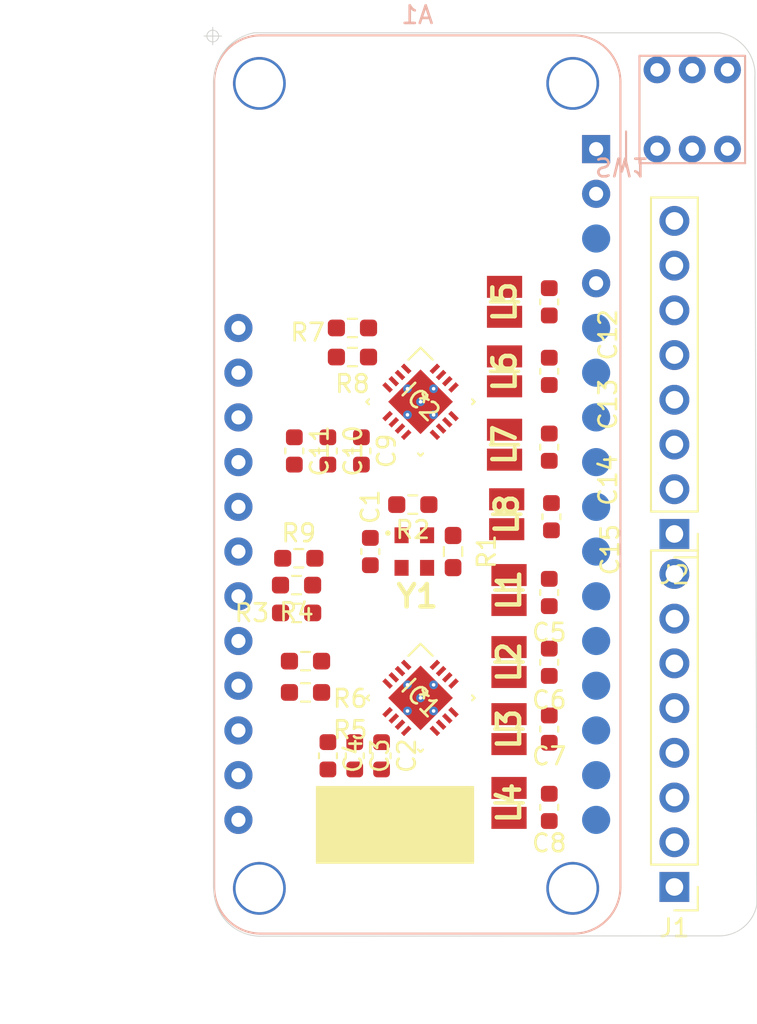
<source format=kicad_pcb>
(kicad_pcb (version 20211014) (generator pcbnew)
  (layers (0 "F.Cu" signal) (31 "B.Cu" signal) (34 "B.Paste" user) (35 "F.Paste" user) (36 "B.SilkS" user "B.Silkscreen") (37 "F.SilkS" user "F.Silkscreen") (38 "B.Mask" user) (39 "F.Mask" user) (44 "Edge.Cuts" user))
  (net 0 "")
  (net 1 "GND")
  (net 2 "+3V3")
  (net 3 "Net-(C2-Pad1)")
  (net 4 "IN3B")
  (net 5 "IN3A")
  (net 6 "IN2A")
  (net 7 "IN2B")
  (net 8 "IN1B")
  (net 9 "IN1A")
  (net 10 "IN0A")
  (net 11 "IN0B")
  (net 12 "SCL")
  (net 13 "SDA")
  (net 35 "ADDR2")
  (net 36 "clk")
  (net 37 "ADDR1")
  (net 38 "Net-(C10-Pad1)")
  (net 39 "INTB1")
  (net 40 "INTB2")
  (net 41 "IN7B")
  (net 42 "IN7A")
  (net 43 "IN6B")
  (net 44 "IN6A")
  (net 45 "IN5B")
  (net 46 "IN5A")
  (net 47 "IN4B")
  (net 48 "IN4A")
  (net 49 "Net-(A1-Pad27)")
  (net 50 "Net-(R1-Pad1)")
  (net 51 "SD")
  (footprint "ECS2033400BN" (layer "F.Cu") (at 111.451297 129.280834 -90)
    (fp_text reference "Y1" (at 2.54 -0.1685) (layer "F.SilkS") (effects (font (size 1.27 1.27) (thickness 0.254))))
    (fp_text value "ECS-2033-400-BN" hide)
    (fp_line (start -1.1 1.5) (end -1.1 1.5) (layer "F.SilkS") (width 0.2))
    (fp_line (start -1 1.5) (end -1 1.5) (layer "F.SilkS") (width 0.2))
    (fp_line (start -1.1 1.5) (end -1.1 1.5) (layer "F.SilkS") (width 0.2))
    (fp_arc (start -1 1.5) (mid -1.05 1.55) (end -1.1 1.5) (layer "F.SilkS") (width 0.2))
    (fp_arc (start -1.1 1.5) (mid -1.05 1.45) (end -1 1.5) (layer "F.SilkS") (width 0.2))
    (fp_arc (start -1 1.5) (mid -1.05 1.55) (end -1.1 1.5) (layer "F.SilkS") (width 0.2))
    (pad "1" smd rect locked (at -0.925 0.725) (size 0.8 0.9) (layers "F.Cu" "F.Paste" "F.Mask"))
    (pad "2" smd rect locked (at 0.925 0.725) (size 0.8 0.9) (layers "F.Cu" "F.Paste" "F.Mask") (net 1 "GND"))
    (pad "3" smd rect locked (at 0.925 -0.725) (size 0.8 0.9) (layers "F.Cu" "F.Paste" "F.Mask") (net 50 "Net-(R1-Pad1)"))
    (pad "4" smd rect locked (at -0.925 -0.725) (size 0.8 0.9) (layers "F.Cu" "F.Paste" "F.Mask") (net 2 "+3V3"))
  )
  (footprint "Resistor_SMD:R_0603_1608Metric_Pad0.98x0.95mm_HandSolder" (layer "F.Cu") (at 105.269797 137.281834)
    (fp_text reference "R5" (at 2.54 2.128725) (layer "F.SilkS"))
    (fp_text value "R")
    (fp_line (start -0.254724 -0.5225) (end 0.254724 -0.5225) (layer "F.SilkS") (width 0.12))
    (fp_line (start -0.254724 0.5225) (end 0.254724 0.5225) (layer "F.SilkS") (width 0.12))
    (pad "1" smd roundrect locked (at -0.9125 0) (size 0.975 0.95) (layers "F.Cu" "F.Paste" "F.Mask") (net 2 "+3V3"))
    (pad "2" smd roundrect locked (at 0.9125 0) (size 0.975 0.95) (layers "F.Cu" "F.Paste" "F.Mask") (net 37 "ADDR1"))
  )
  (footprint "Resistor_SMD:R_0603_1608Metric_Pad0.98x0.95mm_HandSolder" (layer "F.Cu") (at 104.761797 131.185834)
    (fp_text reference "R4" (at 0 1.524) (layer "F.SilkS"))
    (fp_text value "R")
    (fp_line (start -0.254724 -0.5225) (end 0.254724 -0.5225) (layer "F.SilkS") (width 0.12))
    (fp_line (start -0.254724 0.5225) (end 0.254724 0.5225) (layer "F.SilkS") (width 0.12))
    (pad "1" smd roundrect locked (at -0.9125 0) (size 0.975 0.95) (layers "F.Cu" "F.Paste" "F.Mask") (net 2 "+3V3"))
    (pad "2" smd roundrect locked (at 0.9125 0) (size 0.975 0.95) (layers "F.Cu" "F.Paste" "F.Mask") (net 12 "SCL"))
  )
  (footprint "Resistor_SMD:R_0603_1608Metric_Pad0.98x0.95mm_HandSolder" (layer "F.Cu") (at 104.765515 132.766109)
    (fp_text reference "R3" (at -2.54 0) (layer "F.SilkS"))
    (fp_text value "R")
    (fp_line (start -0.254724 0.5225) (end 0.254724 0.5225) (layer "F.SilkS") (width 0.12))
    (fp_line (start -0.254724 -0.5225) (end 0.254724 -0.5225) (layer "F.SilkS") (width 0.12))
    (pad "1" smd roundrect locked (at -0.9125 0) (size 0.975 0.95) (layers "F.Cu" "F.Paste" "F.Mask") (net 2 "+3V3"))
    (pad "2" smd roundrect locked (at 0.9125 0) (size 0.975 0.95) (layers "F.Cu" "F.Paste" "F.Mask") (net 13 "SDA"))
  )
  (footprint "SamacSys:INDC2018X180N" (layer "F.Cu") (at 116.830515 143.556834 90)
    (fp_text reference "L4" (at 0 0 90) (layer "F.SilkS") (effects (font (size 1.27 1.27) (thickness 0.254))))
    (fp_text value "L0806C470MPWST" hide)
    (fp_line (start 0 -0.8) (end 0 0.8) (layer "F.SilkS") (width 0.2))
    (pad "1" smd rect locked (at -0.85 0 90) (size 1.25 2) (layers "F.Cu" "F.Paste" "F.Mask") (net 10 "IN0A"))
    (pad "2" smd rect locked (at 0.85 0 90) (size 1.25 2) (layers "F.Cu" "F.Paste" "F.Mask") (net 11 "IN0B"))
  )
  (footprint "SamacSys:INDC2018X180N" (layer "F.Cu") (at 116.830515 139.365834 90)
    (fp_text reference "L3" (at 0 0 90) (layer "F.SilkS") (effects (font (size 1.27 1.27) (thickness 0.254))))
    (fp_text value "L0806C470MPWST" hide)
    (fp_line (start 0 -0.8) (end 0 0.8) (layer "F.SilkS") (width 0.2))
    (pad "1" smd rect locked (at -0.85 0 90) (size 1.25 2) (layers "F.Cu" "F.Paste" "F.Mask") (net 9 "IN1A"))
    (pad "2" smd rect locked (at 0.85 0 90) (size 1.25 2) (layers "F.Cu" "F.Paste" "F.Mask") (net 8 "IN1B"))
  )
  (footprint "SamacSys:INDC2018X180N" (layer "F.Cu") (at 116.830515 135.555834 90)
    (fp_text reference "L2" (at 0 0 90) (layer "F.SilkS") (effects (font (size 1.27 1.27) (thickness 0.254))))
    (fp_text value "L0806C470MPWST" hide)
    (fp_line (start 0 -0.8) (end 0 0.8) (layer "F.SilkS") (width 0.2))
    (pad "1" smd rect locked (at -0.85 0 90) (size 1.25 2) (layers "F.Cu" "F.Paste" "F.Mask") (net 6 "IN2A"))
    (pad "2" smd rect locked (at 0.85 0 90) (size 1.25 2) (layers "F.Cu" "F.Paste" "F.Mask") (net 7 "IN2B"))
  )
  (footprint "SamacSys:INDC2018X180N" (layer "F.Cu") (at 116.830515 131.465834 90)
    (fp_text reference "L1" (at 0 0 90) (layer "F.SilkS") (effects (font (size 1.27 1.27) (thickness 0.254))))
    (fp_text value "L0806C470MPWST" hide)
    (fp_line (start 0 -0.8) (end 0 0.8) (layer "F.SilkS") (width 0.2))
    (pad "1" smd rect locked (at -0.85 0 90) (size 1.25 2) (layers "F.Cu" "F.Paste" "F.Mask") (net 5 "IN3A"))
    (pad "2" smd rect locked (at 0.85 0 90) (size 1.25 2) (layers "F.Cu" "F.Paste" "F.Mask") (net 4 "IN3B"))
  )
  (footprint "FDC2214:FDC2214RGHR" (layer "F.Cu") (at 111.804797 137.592109 -45)
    (fp_text reference "IC1" (at 0 0 -45) (layer "F.SilkS"))
    (fp_text value "FDC2214-rescue_FDC2214QRGHRQ1-SamacSys_Parts" hide)
    (fp_text user "*" (at 0 0 -45) (layer "F.SilkS"))
    (fp_line (start 2.174999 -1.975) (end 2.174999 -2.174999) (layer "F.SilkS") (width 0.12))
    (fp_line (start 2.174999 2.174999) (end 2.174999 1.975) (layer "F.SilkS") (width 0.12))
    (fp_line (start -2.174999 -1.2) (end -2.174999 -2.174999) (layer "F.SilkS") (width 0.12))
    (fp_line (start -2.174999 2.174999) (end -1.975 2.174999) (layer "F.SilkS") (width 0.12))
    (fp_line (start -2.174999 2.174999) (end -2.174999 1.975) (layer "F.SilkS") (width 0.12))
    (fp_line (start 1.975 -2.174999) (end 2.174999 -2.174999) (layer "F.SilkS") (width 0.12))
    (fp_line (start 1.975 2.174999) (end 2.174999 2.174999) (layer "F.SilkS") (width 0.12))
    (fp_line (start -2.174999 -2.174999) (end -1.2 -2.174999) (layer "F.SilkS") (width 0.12))
    (pad "1" smd rect locked (at -1.899999 -0.750001 45) (size 0.249999 0.599999) (layers "F.Cu" "F.Paste" "F.Mask") (net 12 "SCL"))
    (pad "2" smd rect locked (at -1.899999 -0.250002 45) (size 0.249999 0.599999) (layers "F.Cu" "F.Paste" "F.Mask") (net 13 "SDA"))
    (pad "3" smd rect locked (at -1.899999 0.25 45) (size 0.249999 0.599999) (layers "F.Cu" "F.Paste" "F.Mask") (net 36 "clk"))
    (pad "4" smd rect locked (at -1.899999 0.749998 45) (size 0.249999 0.599999) (layers "F.Cu" "F.Paste" "F.Mask") (net 37 "ADDR1"))
    (pad "5" smd rect locked (at -0.749998 1.899999 315) (size 0.249999 0.599999) (layers "F.Cu" "F.Paste" "F.Mask") (net 39 "INTB1"))
    (pad "6" smd rect locked (at -0.25 1.899999 315) (size 0.249999 0.599999) (layers "F.Cu" "F.Paste" "F.Mask") (net 51 "SD"))
    (pad "7" smd rect locked (at 0.250002 1.899999 315) (size 0.249999 0.599999) (layers "F.Cu" "F.Paste" "F.Mask") (net 3 "Net-(C2-Pad1)"))
    (pad "8" smd rect locked (at 0.750001 1.899999 315) (size 0.249999 0.599999) (layers "F.Cu" "F.Paste" "F.Mask") (net 1 "GND"))
    (pad "9" smd rect locked (at 1.900001 0.749998 45) (size 0.249999 0.599999) (layers "F.Cu" "F.Paste" "F.Mask") (net 10 "IN0A"))
    (pad "10" smd rect locked (at 1.900001 0.25 45) (size 0.249999 0.599999) (layers "F.Cu" "F.Paste" "F.Mask") (net 11 "IN0B"))
    (pad "11" smd rect locked (at 1.900001 -0.250002 45) (size 0.249999 0.599999) (layers "F.Cu" "F.Paste" "F.Mask") (net 9 "IN1A"))
    (pad "12" smd rect locked (at 1.900001 -0.750001 45) (size 0.249999 0.599999) (layers "F.Cu" "F.Paste" "F.Mask") (net 8 "IN1B"))
    (pad "13" smd rect locked (at 0.750001 -1.900001 315) (size 0.249999 0.599999) (layers "F.Cu" "F.Paste" "F.Mask") (net 6 "IN2A"))
    (pad "14" smd rect locked (at 0.250002 -1.900001 315) (size 0.249999 0.599999) (layers "F.Cu" "F.Paste" "F.Mask") (net 7 "IN2B"))
    (pad "15" smd rect locked (at -0.25 -1.900001 315) (size 0.249999 0.599999) (layers "F.Cu" "F.Paste" "F.Mask") (net 5 "IN3A"))
    (pad "16" smd rect locked (at -0.749998 -1.900001 315) (size 0.249999 0.599999) (layers "F.Cu" "F.Paste" "F.Mask") (net 4 "IN3B"))
    (pad "17" smd rect locked (at 0 -0.000003 315) (size 2.6 2.6) (layers "F.Cu" "F.Mask") (net 1 "GND"))
    (pad "V" thru_hole circle locked (at 0 1.05 315) (size 0.499999 0.499999) (drill 0.2032) (layers *.Cu *.Mask))
    (pad "V" thru_hole circle locked (at 0 -1.05 315) (size 0.499999 0.499999) (drill 0.2032) (layers *.Cu *.Mask))
    (pad "V" thru_hole circle locked (at 0 -0.000003 315) (size 0.499999 0.499999) (drill 0.2032) (layers *.Cu *.Mask))
    (pad "V" thru_hole circle locked (at -1.05 -0.000003 315) (size 0.499999 0.499999) (drill 0.2032) (layers *.Cu *.Mask))
    (pad "V" thru_hole circle locked (at 1.05 -0.000003 315) (size 0.499999 0.499999) (drill 0.2032) (layers *.Cu *.Mask))
  )
  (footprint "Capacitor_SMD:C_0603_1608Metric" (layer "F.Cu") (at 119.116515 143.810834 -90)
    (fp_text reference "C8" (at 2.032 0) (layer "F.SilkS"))
    (fp_text value "C")
    (fp_line (start -0.14058 0.51) (end 0.14058 0.51) (layer "F.SilkS") (width 0.12))
    (fp_line (start -0.14058 -0.51) (end 0.14058 -0.51) (layer "F.SilkS") (width 0.12))
    (pad "1" smd roundrect locked (at -0.775 0 270) (size 0.9 0.95) (layers "F.Cu" "F.Paste" "F.Mask") (net 11 "IN0B"))
    (pad "2" smd roundrect locked (at 0.775 0 270) (size 0.9 0.95) (layers "F.Cu" "F.Paste" "F.Mask") (net 10 "IN0A"))
  )
  (footprint "Capacitor_SMD:C_0603_1608Metric" (layer "F.Cu") (at 119.116515 139.365834 -90)
    (fp_text reference "C7" (at 1.53758 0 180) (layer "F.SilkS"))
    (fp_text value "C")
    (fp_line (start -0.14058 -0.51) (end 0.14058 -0.51) (layer "F.SilkS") (width 0.12))
    (fp_line (start -0.14058 0.51) (end 0.14058 0.51) (layer "F.SilkS") (width 0.12))
    (pad "1" smd roundrect locked (at -0.775 0 270) (size 0.9 0.95) (layers "F.Cu" "F.Paste" "F.Mask") (net 8 "IN1B"))
    (pad "2" smd roundrect locked (at 0.775 0 270) (size 0.9 0.95) (layers "F.Cu" "F.Paste" "F.Mask") (net 9 "IN1A"))
  )
  (footprint "Capacitor_SMD:C_0603_1608Metric" (layer "F.Cu") (at 119.116515 135.568834 -90)
    (fp_text reference "C6" (at 2.146 0 180) (layer "F.SilkS"))
    (fp_text value "C")
    (fp_line (start -0.14058 -0.51) (end 0.14058 -0.51) (layer "F.SilkS") (width 0.12))
    (fp_line (start -0.14058 0.51) (end 0.14058 0.51) (layer "F.SilkS") (width 0.12))
    (pad "1" smd roundrect locked (at -0.775 0 270) (size 0.9 0.95) (layers "F.Cu" "F.Paste" "F.Mask") (net 7 "IN2B"))
    (pad "2" smd roundrect locked (at 0.775 0 270) (size 0.9 0.95) (layers "F.Cu" "F.Paste" "F.Mask") (net 6 "IN2A"))
  )
  (footprint "Capacitor_SMD:C_0603_1608Metric" (layer "F.Cu") (at 119.116515 131.605834 -90)
    (fp_text reference "C5" (at 2.273 0 180) (layer "F.SilkS"))
    (fp_text value "C")
    (fp_line (start -0.14058 -0.51) (end 0.14058 -0.51) (layer "F.SilkS") (width 0.12))
    (fp_line (start -0.14058 0.51) (end 0.14058 0.51) (layer "F.SilkS") (width 0.12))
    (pad "1" smd roundrect locked (at -0.775 0 270) (size 0.9 0.95) (layers "F.Cu" "F.Paste" "F.Mask") (net 4 "IN3B"))
    (pad "2" smd roundrect locked (at 0.775 0 270) (size 0.9 0.95) (layers "F.Cu" "F.Paste" "F.Mask") (net 5 "IN3A"))
  )
  (footprint "Capacitor_SMD:C_0603_1608Metric" (layer "F.Cu") (at 106.543515 140.881109 -90)
    (fp_text reference "C4" (at 0 -1.43 -90) (layer "F.SilkS"))
    (fp_text value "C")
    (fp_line (start -0.14058 -0.51) (end 0.14058 -0.51) (layer "F.SilkS") (width 0.12))
    (fp_line (start -0.14058 0.51) (end 0.14058 0.51) (layer "F.SilkS") (width 0.12))
    (pad "1" smd roundrect locked (at -0.775 0 270) (size 0.9 0.95) (layers "F.Cu" "F.Paste" "F.Mask") (net 3 "Net-(C2-Pad1)"))
    (pad "2" smd roundrect locked (at 0.775 0 270) (size 0.9 0.95) (layers "F.Cu" "F.Paste" "F.Mask") (net 1 "GND"))
  )
  (footprint "Capacitor_SMD:C_0603_1608Metric" (layer "F.Cu") (at 108.067515 140.881109 -90)
    (fp_text reference "C3" (at 0 -1.43 -90) (layer "F.SilkS"))
    (fp_text value "C")
    (fp_line (start -0.14058 -0.51) (end 0.14058 -0.51) (layer "F.SilkS") (width 0.12))
    (fp_line (start -0.14058 0.51) (end 0.14058 0.51) (layer "F.SilkS") (width 0.12))
    (pad "1" smd roundrect locked (at -0.775 0 270) (size 0.9 0.95) (layers "F.Cu" "F.Paste" "F.Mask") (net 3 "Net-(C2-Pad1)"))
    (pad "2" smd roundrect locked (at 0.775 0 270) (size 0.9 0.95) (layers "F.Cu" "F.Paste" "F.Mask") (net 1 "GND"))
  )
  (footprint "Capacitor_SMD:C_0603_1608Metric" (layer "F.Cu") (at 109.591515 140.881109 -90)
    (fp_text reference "C2" (at 0 -1.43 -90) (layer "F.SilkS"))
    (fp_text value "C")
    (fp_line (start -0.14058 -0.51) (end 0.14058 -0.51) (layer "F.SilkS") (width 0.12))
    (fp_line (start -0.14058 0.51) (end 0.14058 0.51) (layer "F.SilkS") (width 0.12))
    (pad "1" smd roundrect locked (at -0.775 0 270) (size 0.9 0.95) (layers "F.Cu" "F.Paste" "F.Mask") (net 3 "Net-(C2-Pad1)"))
    (pad "2" smd roundrect locked (at 0.775 0 270) (size 0.9 0.95) (layers "F.Cu" "F.Paste" "F.Mask") (net 1 "GND"))
  )
  (footprint "Capacitor_SMD:C_0603_1608Metric" (layer "F.Cu") (at 108.952797 129.280834 -90)
    (fp_text reference "C1" (at -2.54 0 90) (layer "F.SilkS"))
    (fp_text value "C")
    (fp_line (start -0.14058 0.51) (end 0.14058 0.51) (layer "F.SilkS") (width 0.12))
    (fp_line (start -0.14058 -0.51) (end 0.14058 -0.51) (layer "F.SilkS") (width 0.12))
    (pad "1" smd roundrect locked (at -0.775 0 270) (size 0.9 0.95) (layers "F.Cu" "F.Paste" "F.Mask") (net 2 "+3V3"))
    (pad "2" smd roundrect locked (at 0.775 0 270) (size 0.9 0.95) (layers "F.Cu" "F.Paste" "F.Mask") (net 1 "GND"))
  )
  (footprint "Connector_PinHeader_2.54mm:PinHeader_1x08_P2.54mm_Vertical" (layer "F.Cu") (at 126.224797 148.330834 180)
    (fp_text reference "J1" (at 0 -2.33 180) (layer "F.SilkS"))
    (fp_text value "Conn_01x08")
    (fp_line (start -1.33 19.11) (end 1.33 19.11) (layer "F.SilkS") (width 0.12))
    (fp_line (start 1.33 1.27) (end 1.33 19.11) (layer "F.SilkS") (width 0.12))
    (fp_line (start -1.33 1.27) (end -1.33 19.11) (layer "F.SilkS") (width 0.12))
    (fp_line (start -1.33 1.27) (end 1.33 1.27) (layer "F.SilkS") (width 0.12))
    (fp_line (start -1.33 0) (end -1.33 -1.33) (layer "F.SilkS") (width 0.12))
    (fp_line (start -1.33 -1.33) (end 0 -1.33) (layer "F.SilkS") (width 0.12))
    (pad "1" thru_hole rect (at 0 0 180) (size 1.7 1.7) (drill 1) (layers *.Cu *.Mask) (net 10 "IN0A"))
    (pad "2" thru_hole oval (at 0 2.54 180) (size 1.7 1.7) (drill 1) (layers *.Cu *.Mask) (net 11 "IN0B"))
    (pad "3" thru_hole oval (at 0 5.08 180) (size 1.7 1.7) (drill 1) (layers *.Cu *.Mask) (net 9 "IN1A"))
    (pad "4" thru_hole oval (at 0 7.62 180) (size 1.7 1.7) (drill 1) (layers *.Cu *.Mask) (net 8 "IN1B"))
    (pad "5" thru_hole oval (at 0 10.16 180) (size 1.7 1.7) (drill 1) (layers *.Cu *.Mask) (net 6 "IN2A"))
    (pad "6" thru_hole oval (at 0 12.7 180) (size 1.7 1.7) (drill 1) (layers *.Cu *.Mask) (net 7 "IN2B"))
    (pad "7" thru_hole oval (at 0 15.24 180) (size 1.7 1.7) (drill 1) (layers *.Cu *.Mask) (net 5 "IN3A"))
    (pad "8" thru_hole oval (at 0 17.78 180) (size 1.7 1.7) (drill 1) (layers *.Cu *.Mask) (net 4 "IN3B"))
  )
  (footprint "Resistor_SMD:R_0603_1608Metric_Pad0.98x0.95mm_HandSolder" (layer "F.Cu") (at 105.269797 135.503834)
    (fp_text reference "R6" (at 2.54 2.128725) (layer "F.SilkS"))
    (fp_text value "R")
    (fp_line (start -0.254724 -0.5225) (end 0.254724 -0.5225) (layer "F.SilkS") (width 0.12))
    (fp_line (start -0.254724 0.5225) (end 0.254724 0.5225) (layer "F.SilkS") (width 0.12))
    (pad "1" smd roundrect locked (at -0.9125 0) (size 0.975 0.95) (layers "F.Cu" "F.Paste" "F.Mask") (net 37 "ADDR1"))
    (pad "2" smd roundrect locked (at 0.9125 0) (size 0.975 0.95) (layers "F.Cu" "F.Paste" "F.Mask") (net 1 "GND"))
  )
  (footprint "Resistor_SMD:R_0603_1608Metric_Pad0.98x0.95mm_HandSolder" (layer "F.Cu") (at 107.936797 116.580834)
    (fp_text reference "R7" (at -2.54 0.254) (layer "F.SilkS"))
    (fp_text value "R")
    (fp_line (start -0.254724 -0.5225) (end 0.254724 -0.5225) (layer "F.SilkS") (width 0.12))
    (fp_line (start -0.254724 0.5225) (end 0.254724 0.5225) (layer "F.SilkS") (width 0.12))
    (pad "1" smd roundrect locked (at -0.9125 0) (size 0.975 0.95) (layers "F.Cu" "F.Paste" "F.Mask") (net 2 "+3V3"))
    (pad "2" smd roundrect locked (at 0.9125 0) (size 0.975 0.95) (layers "F.Cu" "F.Paste" "F.Mask") (net 35 "ADDR2"))
  )
  (footprint "Resistor_SMD:R_0603_1608Metric_Pad0.98x0.95mm_HandSolder" (layer "F.Cu") (at 107.936797 118.231834 180)
    (fp_text reference "R8" (at 0 -1.524 180) (layer "F.SilkS"))
    (fp_text value "R")
    (fp_line (start -0.254724 0.5225) (end 0.254724 0.5225) (layer "F.SilkS") (width 0.12))
    (fp_line (start -0.254724 -0.5225) (end 0.254724 -0.5225) (layer "F.SilkS") (width 0.12))
    (pad "1" smd roundrect locked (at -0.9125 0 180) (size 0.975 0.95) (layers "F.Cu" "F.Paste" "F.Mask") (net 35 "ADDR2"))
    (pad "2" smd roundrect locked (at 0.9125 0 180) (size 0.975 0.95) (layers "F.Cu" "F.Paste" "F.Mask") (net 1 "GND"))
  )
  (footprint "Capacitor_SMD:C_0603_1608Metric" (layer "F.Cu") (at 106.539797 123.565834 -90)
    (fp_text reference "C10" (at 0 -1.43 90) (layer "F.SilkS"))
    (fp_text value "C")
    (fp_line (start -0.14058 -0.51) (end 0.14058 -0.51) (layer "F.SilkS") (width 0.12))
    (fp_line (start -0.14058 0.51) (end 0.14058 0.51) (layer "F.SilkS") (width 0.12))
    (pad "1" smd roundrect (at -0.775 0 270) (size 0.9 0.95) (layers "F.Cu" "F.Paste" "F.Mask") (net 38 "Net-(C10-Pad1)"))
    (pad "2" smd roundrect (at 0.775 0 270) (size 0.9 0.95) (layers "F.Cu" "F.Paste" "F.Mask") (net 1 "GND"))
  )
  (footprint "Resistor_SMD:R_0603_1608Metric_Pad0.98x0.95mm_HandSolder" (layer "F.Cu") (at 104.888797 129.661834)
    (fp_text reference "R9" (at 0 -1.43) (layer "F.SilkS"))
    (fp_text value "R")
    (fp_line (start -0.254724 0.5225) (end 0.254724 0.5225) (layer "F.SilkS") (width 0.12))
    (fp_line (start -0.254724 -0.5225) (end 0.254724 -0.5225) (layer "F.SilkS") (width 0.12))
    (pad "1" smd roundrect (at -0.9125 0) (size 0.975 0.95) (layers "F.Cu" "F.Paste" "F.Mask") (net 51 "SD"))
    (pad "2" smd roundrect (at 0.9125 0) (size 0.975 0.95) (layers "F.Cu" "F.Paste" "F.Mask") (net 1 "GND"))
  )
  (footprint "Capacitor_SMD:C_0603_1608Metric" (layer "F.Cu") (at 104.634797 123.565834 -90)
    (fp_text reference "C11" (at 0 -1.43 90) (layer "F.SilkS"))
    (fp_text value "C")
    (fp_line (start -0.14058 0.51) (end 0.14058 0.51) (layer "F.SilkS") (width 0.12))
    (fp_line (start -0.14058 -0.51) (end 0.14058 -0.51) (layer "F.SilkS") (width 0.12))
    (pad "1" smd roundrect (at -0.775 0 270) (size 0.9 0.95) (layers "F.Cu" "F.Paste" "F.Mask") (net 38 "Net-(C10-Pad1)"))
    (pad "2" smd roundrect (at 0.775 0 270) (size 0.9 0.95) (layers "F.Cu" "F.Paste" "F.Mask") (net 1 "GND"))
  )
  (footprint "Capacitor_SMD:C_0603_1608Metric" (layer "F.Cu") (at 119.116515 119.045834 -90)
    (fp_text reference "C13" (at 1.875 -3.335 90) (layer "F.SilkS"))
    (fp_text value "Device_C")
    (fp_line (start -0.14058 0.51) (end 0.14058 0.51) (layer "F.SilkS") (width 0.12))
    (fp_line (start -0.14058 -0.51) (end 0.14058 -0.51) (layer "F.SilkS") (width 0.12))
    (pad "1" smd roundrect (at -0.775 0 270) (size 0.9 0.95) (layers "F.Cu" "F.Paste" "F.Mask") (net 43 "IN6B"))
    (pad "2" smd roundrect (at 0.775 0 270) (size 0.9 0.95) (layers "F.Cu" "F.Paste" "F.Mask") (net 44 "IN6A"))
  )
  (footprint "Connector_PinHeader_2.54mm:PinHeader_1x08_P2.54mm_Vertical" (layer "F.Cu") (at 126.224797 128.279834 180)
    (fp_text reference "J2" (at 0 -2.33) (layer "F.SilkS"))
    (fp_text value "Conn_01x08")
    (fp_line (start -1.33 19.11) (end 1.33 19.11) (layer "F.SilkS") (width 0.12))
    (fp_line (start -1.33 0) (end -1.33 -1.33) (layer "F.SilkS") (width 0.12))
    (fp_line (start -1.33 1.27) (end -1.33 19.11) (layer "F.SilkS") (width 0.12))
    (fp_line (start 1.33 1.27) (end 1.33 19.11) (layer "F.SilkS") (width 0.12))
    (fp_line (start -1.33 1.27) (end 1.33 1.27) (layer "F.SilkS") (width 0.12))
    (fp_line (start -1.33 -1.33) (end 0 -1.33) (layer "F.SilkS") (width 0.12))
    (pad "1" thru_hole rect (at 0 0 180) (size 1.7 1.7) (drill 1) (layers *.Cu *.Mask) (net 48 "IN4A"))
    (pad "2" thru_hole oval (at 0 2.54 180) (size 1.7 1.7) (drill 1) (layers *.Cu *.Mask) (net 47 "IN4B"))
    (pad "3" thru_hole oval (at 0 5.08 180) (size 1.7 1.7) (drill 1) (layers *.Cu *.Mask) (net 46 "IN5A"))
    (pad "4" thru_hole oval (at 0 7.62 180) (size 1.7 1.7) (drill 1) (layers *.Cu *.Mask) (net 45 "IN5B"))
    (pad "5" thru_hole oval (at 0 10.16 180) (size 1.7 1.7) (drill 1) (layers *.Cu *.Mask) (net 44 "IN6A"))
    (pad "6" thru_hole oval (at 0 12.7 180) (size 1.7 1.7) (drill 1) (layers *.Cu *.Mask) (net 43 "IN6B"))
    (pad "7" thru_hole oval (at 0 15.24 180) (size 1.7 1.7) (drill 1) (layers *.Cu *.Mask) (net 42 "IN7A"))
    (pad "8" thru_hole oval (at 0 17.78 180) (size 1.7 1.7) (drill 1) (layers *.Cu *.Mask) (net 41 "IN7B"))
  )
  (footprint "Resistor_SMD:R_0603_1608Metric_Pad0.98x0.95mm_HandSolder" (layer "F.Cu") (at 111.365797 126.613834 180)
    (fp_text reference "R2" (at 0 -1.43) (layer "F.SilkS"))
    (fp_text value "R")
    (fp_line (start -0.254724 -0.5225) (end 0.254724 -0.5225) (layer "F.SilkS") (width 0.12))
    (fp_line (start -0.254724 0.5225) (end 0.254724 0.5225) (layer "F.SilkS") (width 0.12))
    (pad "1" smd roundrect (at -0.9125 0 180) (size 0.975 0.95) (layers "F.Cu" "F.Paste" "F.Mask") (net 36 "clk"))
    (pad "2" smd roundrect (at 0.9125 0 180) (size 0.975 0.95) (layers "F.Cu" "F.Paste" "F.Mask") (net 1 "GND"))
  )
  (footprint "SamacSys:INDC2018X180N" (layer "F.Cu") (at 116.699797 127.160834 90)
    (fp_text reference "L8" (at 0 0 90) (layer "F.SilkS") (effects (font (size 1.27 1.27) (thickness 0.254))))
    (fp_text value "L0806C470MPWST" hide)
    (fp_line (start 0 -0.8) (end 0 0.8) (layer "F.SilkS") (width 0.2))
    (pad "1" smd rect locked (at -0.85 0 90) (size 1.25 2) (layers "F.Cu" "F.Paste" "F.Mask") (net 48 "IN4A"))
    (pad "2" smd rect locked (at 0.85 0 90) (size 1.25 2) (layers "F.Cu" "F.Paste" "F.Mask") (net 47 "IN4B"))
  )
  (footprint "Capacitor_SMD:C_0603_1608Metric" (layer "F.Cu") (at 119.239797 127.300834 -90)
    (fp_text reference "C15" (at 1.875 -3.335 90) (layer "F.SilkS"))
    (fp_text value "Device_C")
    (fp_line (start -0.14058 -0.51) (end 0.14058 -0.51) (layer "F.SilkS") (width 0.12))
    (fp_line (start -0.14058 0.51) (end 0.14058 0.51) (layer "F.SilkS") (width 0.12))
    (pad "1" smd roundrect (at -0.775 0 270) (size 0.9 0.95) (layers "F.Cu" "F.Paste" "F.Mask") (net 47 "IN4B"))
    (pad "2" smd roundrect (at 0.775 0 270) (size 0.9 0.95) (layers "F.Cu" "F.Paste" "F.Mask") (net 48 "IN4A"))
  )
  (footprint "SamacSys:INDC2018X180N" (layer "F.Cu") (at 116.576515 115.095834 90)
    (fp_text reference "L5" (at 0 0 90) (layer "F.SilkS") (effects (font (size 1.27 1.27) (thickness 0.254))))
    (fp_text value "L0806C470MPWST" hide)
    (fp_line (start 0 -0.8) (end 0 0.8) (layer "F.SilkS") (width 0.2))
    (pad "1" smd rect locked (at -0.85 0 90) (size 1.25 2) (layers "F.Cu" "F.Paste" "F.Mask") (net 42 "IN7A"))
    (pad "2" smd rect locked (at 0.85 0 90) (size 1.25 2) (layers "F.Cu" "F.Paste" "F.Mask") (net 41 "IN7B"))
  )
  (footprint "Capacitor_SMD:C_0603_1608Metric" (layer "F.Cu") (at 108.444797 123.565834 -90)
    (fp_text reference "C9" (at 0 -1.43 90) (layer "F.SilkS"))
    (fp_text value "C")
    (fp_line (start -0.14058 -0.51) (end 0.14058 -0.51) (layer "F.SilkS") (width 0.12))
    (fp_line (start -0.14058 0.51) (end 0.14058 0.51) (layer "F.SilkS") (width 0.12))
    (pad "1" smd roundrect (at -0.775 0 270) (size 0.9 0.95) (layers "F.Cu" "F.Paste" "F.Mask") (net 38 "Net-(C10-Pad1)"))
    (pad "2" smd roundrect (at 0.775 0 270) (size 0.9 0.95) (layers "F.Cu" "F.Paste" "F.Mask") (net 1 "GND"))
  )
  (footprint "SamacSys:INDC2018X180N" (layer "F.Cu") (at 116.576515 123.210834 90)
    (fp_text reference "L7" (at 0 0 90) (layer "F.SilkS") (effects (font (size 1.27 1.27) (thickness 0.254))))
    (fp_text value "L0806C470MPWST" hide)
    (fp_line (start 0 -0.8) (end 0 0.8) (layer "F.SilkS") (width 0.2))
    (pad "1" smd rect locked (at -0.85 0 90) (size 1.25 2) (layers "F.Cu" "F.Paste" "F.Mask") (net 46 "IN5A"))
    (pad "2" smd rect locked (at 0.85 0 90) (size 1.25 2) (layers "F.Cu" "F.Paste" "F.Mask") (net 45 "IN5B"))
  )
  (footprint "FDC2214:FDC2214RGHR" (layer "F.Cu") (at 111.804797 120.772661 -45)
    (fp_text reference "IC2" (at 0 0 135) (layer "F.SilkS"))
    (fp_text value "FDC2214QRGHRQ1" hide)
    (fp_text user "*" (at 0 0 135) (layer "F.SilkS"))
    (fp_line (start 1.975 2.174999) (end 2.174999 2.174999) (layer "F.SilkS") (width 0.12))
    (fp_line (start 2.174999 -1.975) (end 2.174999 -2.174999) (layer "F.SilkS") (width 0.12))
    (fp_line (start -2.174999 -1.2) (end -2.174999 -2.174999) (layer "F.SilkS") (width 0.12))
    (fp_line (start 1.975 -2.174999) (end 2.174999 -2.174999) (layer "F.SilkS") (width 0.12))
    (fp_line (start -2.174999 2.174999) (end -2.174999 1.975) (layer "F.SilkS") (width 0.12))
    (fp_line (start 2.174999 2.174999) (end 2.174999 1.975) (layer "F.SilkS") (width 0.12))
    (fp_line (start -2.174999 2.174999) (end -1.975 2.174999) (layer "F.SilkS") (width 0.12))
    (fp_line (start -2.174999 -2.174999) (end -1.2 -2.174999) (layer "F.SilkS") (width 0.12))
    (pad "1" smd rect locked (at -1.899999 -0.750001 45) (size 0.249999 0.599999) (layers "F.Cu" "F.Paste" "F.Mask") (net 12 "SCL"))
    (pad "2" smd rect locked (at -1.899999 -0.250002 45) (size 0.249999 0.599999) (layers "F.Cu" "F.Paste" "F.Mask") (net 13 "SDA"))
    (pad "3" smd rect locked (at -1.899999 0.25 45) (size 0.249999 0.599999) (layers "F.Cu" "F.Paste" "F.Mask") (net 36 "clk"))
    (pad "4" smd rect locked (at -1.899999 0.749998 45) (size 0.249999 0.599999) (layers "F.Cu" "F.Paste" "F.Mask") (net 35 "ADDR2"))
    (pad "5" smd rect locked (at -0.749998 1.899999 315) (size 0.249999 0.599999) (layers "F.Cu" "F.Paste" "F.Mask") (net 40 "INTB2"))
    (pad "6" smd rect locked (at -0.25 1.899999 315) (size 0.249999 0.599999) (layers "F.Cu" "F.Paste" "F.Mask") (net 51 "SD"))
    (pad "7" smd rect locked (at 0.250002 1.899999 315) (size 0.249999 0.599999) (layers "F.Cu" "F.Paste" "F.Mask") (net 38 "Net-(C10-Pad1)"))
    (pad "8" smd rect locked (at 0.750001 1.899999 315) (size 0.249999 0.599999) (layers "F.Cu" "F.Paste" "F.Mask") (net 1 "GND"))
    (pad "9" smd rect locked (at 1.900001 0.749998 45) (size 0.249999 0.599999) (layers "F.Cu" "F.Paste" "F.Mask") (net 48 "IN4A"))
    (pad "10" smd rect locked (at 1.900001 0.25 45) (size 0.249999 0.599999) (layers "F.Cu" "F.Paste" "F.Mask") (net 47 "IN4B"))
    (pad "11" smd rect locked (at 1.900001 -0.250002 45) (size 0.249999 0.599999) (layers "F.Cu" "F.Paste" "F.Mask") (net 46 "IN5A"))
    (pad "12" smd rect locked (at 1.900001 -0.750001 45) (size 0.249999 0.599999) (layers "F.Cu" "F.Paste" "F.Mask") (net 45 "IN5B"))
    (pad "13" smd rect locked (at 0.750001 -1.900001 315) (size 0.249999 0.599999) (layers "F.Cu" "F.Paste" "F.Mask") (net 44 "IN6A"))
    (pad "14" smd rect locked (at 0.250002 -1.900001 315) (size 0.249999 0.599999) (layers "F.Cu" "F.Paste" "F.Mask") (net 43 "IN6B"))
    (pad "15" smd rect locked (at -0.25 -1.900001 315) (size 0.249999 0.599999) (layers "F.Cu" "F.Paste" "F.Mask") (net 42 "IN7A"))
    (pad "16" smd rect locked (at -0.749998 -1.900001 315) (size 0.249999 0.599999) (layers "F.Cu" "F.Paste" "F.Mask") (net 41 "IN7B"))
    (pad "17" smd rect locked (at 0 -0.000003 315) (size 2.6 2.6) (layers "F.Cu" "F.Mask") (net 1 "GND"))
    (pad "V" thru_hole circle locked (at 0 -1.05 315) (size 0.499999 0.499999) (drill 0.2032) (layers *.Cu *.Mask))
    (pad "V" thru_hole circle locked (at 0 -0.000003 315) (size 0.499999 0.499999) (drill 0.2032) (layers *.Cu *.Mask))
    (pad "V" thru_hole circle locked (at -1.05 -0.000003 315) (size 0.499999 0.499999) (drill 0.2032) (layers *.Cu *.Mask))
    (pad "V" thru_hole circle locked (at 0 1.05 315) (size 0.499999 0.499999) (drill 0.2032) (layers *.Cu *.Mask))
    (pad "V" thru_hole circle locked (at 1.05 -0.000003 315) (size 0.499999 0.499999) (drill 0.2032) (layers *.Cu *.Mask))
  )
  (footprint "Capacitor_SMD:C_0603_1608Metric" (layer "F.Cu") (at 119.116515 115.095834 -90)
    (fp_text reference "C12" (at 1.875 -3.335 90) (layer "F.SilkS"))
    (fp_text value "Device_C")
    (fp_line (start -0.14058 -0.51) (end 0.14058 -0.51) (layer "F.SilkS") (width 0.12))
    (fp_line (start -0.14058 0.51) (end 0.14058 0.51) (layer "F.SilkS") (width 0.12))
    (pad "1" smd roundrect (at -0.775 0 270) (size 0.9 0.95) (layers "F.Cu" "F.Paste" "F.Mask") (net 41 "IN7B"))
    (pad "2" smd roundrect (at 0.775 0 270) (size 0.9 0.95) (layers "F.Cu" "F.Paste" "F.Mask") (net 42 "IN7A"))
  )
  (footprint "Resistor_SMD:R_0603_1608Metric_Pad0.98x0.95mm_HandSolder" (layer "F.Cu") (at 113.651797 129.280834 90)
    (fp_text reference "R1" (at 0 1.905 90) (layer "F.SilkS"))
    (fp_text value "R")
    (fp_line (start -0.254724 -0.5225) (end 0.254724 -0.5225) (layer "F.SilkS") (width 0.12))
    (fp_line (start -0.254724 0.5225) (end 0.254724 0.5225) (layer "F.SilkS") (width 0.12))
    (pad "1" smd roundrect (at -0.9125 0 90) (size 0.975 0.95) (layers "F.Cu" "F.Paste" "F.Mask") (net 50 "Net-(R1-Pad1)"))
    (pad "2" smd roundrect (at 0.9125 0 90) (size 0.975 0.95) (layers "F.Cu" "F.Paste" "F.Mask") (net 36 "clk"))
  )
  (footprint "Capacitor_SMD:C_0603_1608Metric" (layer "F.Cu") (at 119.116515 123.350834 -90)
    (fp_text reference "C14" (at 1.875 -3.335 90) (layer "F.SilkS"))
    (fp_text value "Device_C")
    (fp_line (start -0.14058 0.51) (end 0.14058 0.51) (layer "F.SilkS") (width 0.12))
    (fp_line (start -0.14058 -0.51) (end 0.14058 -0.51) (layer "F.SilkS") (width 0.12))
    (pad "1" smd roundrect (at -0.775 0 270) (size 0.9 0.95) (layers "F.Cu" "F.Paste" "F.Mask") (net 45 "IN5B"))
    (pad "2" smd roundrect (at 0.775 0 270) (size 0.9 0.95) (layers "F.Cu" "F.Paste" "F.Mask") (net 46 "IN5A"))
  )
  (footprint "SamacSys:INDC2018X180N" (layer "F.Cu") (at 116.576515 119.045834 90)
    (fp_text reference "L6" (at 0 0 90) (layer "F.SilkS") (effects (font (size 1.27 1.27) (thickness 0.254))))
    (fp_text value "L0806C470MPWST" hide)
    (fp_line (start 0 -0.8) (end 0 0.8) (layer "F.SilkS") (width 0.2))
    (pad "1" smd rect locked (at -0.85 0 90) (size 1.25 2) (layers "F.Cu" "F.Paste" "F.Mask") (net 44 "IN6A"))
    (pad "2" smd rect locked (at 0.85 0 90) (size 1.25 2) (layers "F.Cu" "F.Paste" "F.Mask") (net 43 "IN6B"))
  )
  (footprint "Module:Adafruit_Feather" (layer "B.Cu") (at 121.779797 106.420834 180)
    (fp_text reference "A1" (at 10.16 7.62) (layer "B.SilkS") (effects (justify mirror)))
    (fp_text value "Adafruit_Feather_Generic")
    (fp_line (start 19.05 6.46) (end 1.27 6.46) (layer "B.SilkS") (width 0.12))
    (fp_line (start -1.38 3.81) (end -1.38 -41.91) (layer "B.SilkS") (width 0.12))
    (fp_line (start 21.7 3.81) (end 21.7 -41.91) (layer "B.SilkS") (width 0.12))
    (fp_line (start -1.7 -1) (end -1.7 1) (layer "B.SilkS") (width 0.12))
    (fp_line (start 19.05 -44.56) (end 1.27 -44.56) (layer "B.SilkS") (width 0.12))
    (fp_arc (start -1.38 -41.91) (mid -0.603833 -43.783833) (end 1.27 -44.56) (layer "B.SilkS") (width 0.12))
    (fp_arc (start 19.05 -44.56) (mid 20.923833 -43.783833) (end 21.7 -41.91) (layer "B.SilkS") (width 0.12))
    (fp_arc (start 21.7 3.81) (mid 20.923833 5.683833) (end 19.05 6.46) (layer "B.SilkS") (width 0.12))
    (fp_arc (start 1.27 6.46) (mid -0.603833 5.683833) (end -1.38 3.81) (layer "B.SilkS") (width 0.12))
    (pad "1" thru_hole rect locked (at 0 0) (size 1.6 1.6) (drill 0.8) (layers *.Cu *.Mask))
    (pad "2" thru_hole circle locked (at 0 -2.54) (size 1.6 1.6) (drill 0.8) (layers *.Cu *.Mask) (net 2 "+3V3"))
    (pad "3" smd circle locked (at 0 -5.08) (size 1.6 1.6) (layers "B.Cu" "B.Paste" "B.Mask"))
    (pad "4" thru_hole circle locked (at 0 -7.62) (size 1.6 1.6) (drill 0.8) (layers *.Cu *.Mask) (net 1 "GND"))
    (pad "5" smd circle locked (at 0 -10.16) (size 1.6 1.6) (layers "B.Cu" "B.Paste" "B.Mask"))
    (pad "6" smd circle locked (at 0 -12.7) (size 1.6 1.6) (layers "B.Cu" "B.Paste" "B.Mask"))
    (pad "7" smd circle locked (at 0 -15.24) (size 1.6 1.6) (layers "B.Cu" "B.Paste" "B.Mask"))
    (pad "8" smd circle locked (at 0 -17.78) (size 1.6 1.6) (layers "B.Cu" "B.Paste" "B.Mask"))
    (pad "9" smd circle locked (at 0 -20.32) (size 1.6 1.6) (layers "B.Cu" "B.Paste" "B.Mask"))
    (pad "10" smd circle locked (at 0 -22.86) (size 1.6 1.6) (layers "B.Cu" "B.Paste" "B.Mask"))
    (pad "11" smd circle locked (at 0 -25.4) (size 1.6 1.6) (layers "B.Cu" "B.Paste" "B.Mask"))
    (pad "12" smd circle locked (at 0 -27.94) (size 1.6 1.6) (layers "B.Cu" "B.Paste" "B.Mask"))
    (pad "13" smd circle locked (at 0 -30.48) (size 1.6 1.6) (layers "B.Cu" "B.Paste" "B.Mask"))
    (pad "14" smd circle locked (at 0 -33.02) (size 1.6 1.6) (layers "B.Cu" "B.Paste" "B.Mask"))
    (pad "15" smd circle locked (at 0 -35.56) (size 1.6 1.6) (layers "B.Cu" "B.Paste" "B.Mask"))
    (pad "16" smd circle locked (at 0 -38.1) (size 1.6 1.6) (layers "B.Cu" "B.Paste" "B.Mask"))
    (pad "17" thru_hole circle locked (at 20.32 -38.1) (size 1.6 1.6) (drill 0.8) (layers *.Cu *.Mask) (net 13 "SDA"))
    (pad "18" thru_hole circle locked (at 20.32 -35.56) (size 1.6 1.6) (drill 0.8) (layers *.Cu *.Mask) (net 12 "SCL"))
    (pad "19" thru_hole circle locked (at 20.32 -33.02) (size 1.6 1.6) (drill 0.8) (layers *.Cu *.Mask) (net 37 "ADDR1"))
    (pad "20" thru_hole circle locked (at 20.32 -30.48) (size 1.6 1.6) (drill 0.8) (layers *.Cu *.Mask) (net 35 "ADDR2"))
    (pad "21" thru_hole circle locked (at 20.32 -27.94) (size 1.6 1.6) (drill 0.8) (layers *.Cu *.Mask) (net 51 "SD"))
    (pad "22" thru_hole circle locked (at 20.32 -25.4) (size 1.6 1.6) (drill 0.8) (layers *.Cu *.Mask))
    (pad "23" thru_hole circle locked (at 20.32 -22.86) (size 1.6 1.6) (drill 0.8) (layers *.Cu *.Mask))
    (pad "24" thru_hole circle locked (at 20.32 -20.32) (size 1.6 1.6) (drill 0.8) (layers *.Cu *.Mask))
    (pad "25" thru_hole circle locked (at 20.32 -17.78) (size 1.6 1.6) (drill 0.8) (layers *.Cu *.Mask))
    (pad "26" thru_hole circle locked (at 20.32 -15.24) (size 1.6 1.6) (drill 0.8) (layers *.Cu *.Mask))
    (pad "27" thru_hole circle locked (at 20.32 -12.7) (size 1.6 1.6) (drill 0.8) (layers *.Cu *.Mask) (net 49 "Net-(A1-Pad27)"))
    (pad "28" thru_hole circle locked (at 20.32 -10.16) (size 1.6 1.6) (drill 0.8) (layers *.Cu *.Mask))
  )
  (footprint "SamacSys:2mm-DPDT" (layer "B.Cu") (at 125.240797 106.420834)
    (fp_text reference "SW1" (at -2 1 180 unlocked) (layer "B.SilkS") (effects (justify mirror)))
    (fp_text value "SW_Push_DPDT")
    (fp_rect (start 5 0.8) (end -1 -5.3) (layer "B.SilkS") (width 0.12) (fill none))
    (pad "1" thru_hole circle (at 0 0) (size 1.524 1.524) (drill 0.762) (layers *.Cu *.Mask))
    (pad "2" thru_hole circle (at 2 0) (size 1.524 1.524) (drill 0.762) (layers *.Cu *.Mask) (net 49 "Net-(A1-Pad27)"))
    (pad "3" thru_hole circle (at 4 0) (size 1.524 1.524) (drill 0.762) (layers *.Cu *.Mask) (net 1 "GND"))
    (pad "4" thru_hole circle (at 0 -4.5) (size 1.524 1.524) (drill 0.762) (layers *.Cu *.Mask))
    (pad "5" thru_hole circle (at 2 -4.5) (size 1.524 1.524) (drill 0.762) (layers *.Cu *.Mask))
    (pad "6" thru_hole circle (at 4 -4.5) (size 1.524 1.524) (drill 0.762) (layers *.Cu *.Mask))
  )
  (gr_poly (pts (xy 105.908515 142.645529) (xy 114.798515 142.645529) (xy 114.798515 146.963529) (xy 105.908515 146.963529)) (layer "F.SilkS") (width 0.1) (fill solid))
  (gr_arc (start 130.905746 149.349885) (mid 130.152724 150.616036) (end 128.764797 151.109834) (layer "Edge.Cuts") (width 0.05))
  (gr_arc (start 102.856797 151.124834) (mid 100.840307 150.347324) (end 100.062797 148.330834) (layer "Edge.Cuts") (width 0.05))
  (gr_line (start 100.062797 102.610834) (end 100.062797 148.330834) (layer "Edge.Cuts") (width 0.05))
  (gr_line (start 102.348797 99.816834) (end 128.764797 99.816834) (layer "Edge.Cuts") (width 0.05))
  (gr_arc (start 128.764797 99.816834) (mid 130.28314 100.684959) (end 130.796797 102.356834) (layer "Edge.Cuts") (width 0.05))
  (gr_line (start 102.856797 151.124834) (end 128.764797 151.109834) (layer "Edge.Cuts") (width 0.05))
  (gr_arc (start 100.062797 102.610834) (mid 100.7 100.8) (end 102.348797 99.816834) (layer "Edge.Cuts") (width 0.05))
  (gr_line (start 130.905746 149.349885) (end 130.796797 102.356834) (layer "Edge.Cuts") (width 0.05))
  (target plus (at 100 100) (size 1) (width 0.05) (layer "Edge.Cuts"))
  (via (at 120.45 102.69) (size 3) (drill 2.7) (layers "F.Cu" "B.Cu") (net 0))
  (via (at 102.65 148.41) (size 3) (drill 2.7) (layers "F.Cu" "B.Cu") (net 0))
  (via (at 102.65 102.69) (size 3) (drill 2.7) (layers "F.Cu" "B.Cu") (net 0))
  (via (at 120.45 148.41) (size 3) (drill 2.7) (layers "F.Cu" "B.Cu") (net 0))
)
</source>
